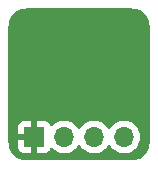
<source format=gbl>
G04 #@! TF.GenerationSoftware,KiCad,Pcbnew,8.0.8*
G04 #@! TF.CreationDate,2025-01-29T14:53:02+01:00*
G04 #@! TF.ProjectId,TS4231-BOB,54533432-3331-42d4-924f-422e6b696361,rev?*
G04 #@! TF.SameCoordinates,Original*
G04 #@! TF.FileFunction,Copper,L2,Bot*
G04 #@! TF.FilePolarity,Positive*
%FSLAX46Y46*%
G04 Gerber Fmt 4.6, Leading zero omitted, Abs format (unit mm)*
G04 Created by KiCad (PCBNEW 8.0.8) date 2025-01-29 14:53:02*
%MOMM*%
%LPD*%
G01*
G04 APERTURE LIST*
G04 #@! TA.AperFunction,ComponentPad*
%ADD10R,1.700000X1.700000*%
G04 #@! TD*
G04 #@! TA.AperFunction,ComponentPad*
%ADD11O,1.700000X1.700000*%
G04 #@! TD*
G04 #@! TA.AperFunction,ViaPad*
%ADD12C,0.800000*%
G04 #@! TD*
G04 APERTURE END LIST*
D10*
X129200000Y-54900000D03*
D11*
X131740000Y-54900000D03*
X134280000Y-54900000D03*
X136820000Y-54900000D03*
D12*
X128400000Y-47500000D03*
X130600000Y-52900000D03*
X135800000Y-52400000D03*
X131400000Y-46300000D03*
X137800000Y-47700000D03*
X134000000Y-45200000D03*
X136199989Y-49600011D03*
X132800000Y-47500000D03*
X129833069Y-50750919D03*
X138000000Y-51300000D03*
G04 #@! TA.AperFunction,Conductor*
G36*
X137504487Y-44025821D02*
G01*
X137556328Y-44029528D01*
X137700859Y-44039865D01*
X137718647Y-44042423D01*
X137906607Y-44083312D01*
X137923850Y-44088374D01*
X138104090Y-44155600D01*
X138120439Y-44163067D01*
X138289267Y-44255254D01*
X138304391Y-44264974D01*
X138458380Y-44380248D01*
X138471966Y-44392021D01*
X138607978Y-44528033D01*
X138619751Y-44541619D01*
X138735025Y-44695608D01*
X138744745Y-44710732D01*
X138836932Y-44879560D01*
X138844400Y-44895912D01*
X138911624Y-45076146D01*
X138916688Y-45093395D01*
X138957575Y-45281347D01*
X138960134Y-45299142D01*
X138974179Y-45495511D01*
X138974500Y-45504500D01*
X138974500Y-55395499D01*
X138974179Y-55404488D01*
X138960134Y-55600857D01*
X138957575Y-55618652D01*
X138916688Y-55806604D01*
X138911624Y-55823853D01*
X138844400Y-56004087D01*
X138836932Y-56020439D01*
X138744745Y-56189267D01*
X138735025Y-56204391D01*
X138619751Y-56358380D01*
X138607978Y-56371966D01*
X138471966Y-56507978D01*
X138458380Y-56519751D01*
X138304391Y-56635025D01*
X138289267Y-56644745D01*
X138120439Y-56736932D01*
X138104087Y-56744400D01*
X137923853Y-56811624D01*
X137906604Y-56816688D01*
X137718652Y-56857575D01*
X137700857Y-56860134D01*
X137504488Y-56874179D01*
X137495499Y-56874500D01*
X128504501Y-56874500D01*
X128495512Y-56874179D01*
X128299142Y-56860134D01*
X128281347Y-56857575D01*
X128093395Y-56816688D01*
X128076146Y-56811624D01*
X127895912Y-56744400D01*
X127879560Y-56736932D01*
X127710732Y-56644745D01*
X127695608Y-56635025D01*
X127541619Y-56519751D01*
X127528033Y-56507978D01*
X127392021Y-56371966D01*
X127380248Y-56358380D01*
X127264974Y-56204391D01*
X127255254Y-56189267D01*
X127163067Y-56020439D01*
X127155599Y-56004087D01*
X127152569Y-55995964D01*
X127088374Y-55823850D01*
X127083311Y-55806604D01*
X127042424Y-55618652D01*
X127039865Y-55600856D01*
X127036141Y-55548791D01*
X127025821Y-55404487D01*
X127025500Y-55395499D01*
X127025500Y-54001402D01*
X127842000Y-54001402D01*
X127842000Y-54646000D01*
X128769297Y-54646000D01*
X128734075Y-54707007D01*
X128700000Y-54834174D01*
X128700000Y-54965826D01*
X128734075Y-55092993D01*
X128769297Y-55154000D01*
X127842000Y-55154000D01*
X127842000Y-55798597D01*
X127848505Y-55859093D01*
X127899555Y-55995964D01*
X127899555Y-55995965D01*
X127987095Y-56112904D01*
X128104034Y-56200444D01*
X128240906Y-56251494D01*
X128301402Y-56257999D01*
X128301415Y-56258000D01*
X128946000Y-56258000D01*
X128946000Y-55330702D01*
X129007007Y-55365925D01*
X129134174Y-55400000D01*
X129265826Y-55400000D01*
X129392993Y-55365925D01*
X129454000Y-55330702D01*
X129454000Y-56258000D01*
X130098585Y-56258000D01*
X130098597Y-56257999D01*
X130159093Y-56251494D01*
X130295964Y-56200444D01*
X130295965Y-56200444D01*
X130412904Y-56112904D01*
X130500444Y-55995965D01*
X130544618Y-55877530D01*
X130587165Y-55820694D01*
X130653685Y-55795883D01*
X130723059Y-55810974D01*
X130755372Y-55836222D01*
X130776427Y-55859093D01*
X130816762Y-55902908D01*
X130857312Y-55934469D01*
X130994424Y-56041189D01*
X131192426Y-56148342D01*
X131192427Y-56148342D01*
X131192428Y-56148343D01*
X131304227Y-56186723D01*
X131405365Y-56221444D01*
X131627431Y-56258500D01*
X131627435Y-56258500D01*
X131852565Y-56258500D01*
X131852569Y-56258500D01*
X132074635Y-56221444D01*
X132287574Y-56148342D01*
X132485576Y-56041189D01*
X132663240Y-55902906D01*
X132815722Y-55737268D01*
X132904518Y-55601354D01*
X132958520Y-55555268D01*
X133028868Y-55545692D01*
X133093225Y-55575669D01*
X133115480Y-55601353D01*
X133148607Y-55652058D01*
X133204275Y-55737265D01*
X133204279Y-55737270D01*
X133356762Y-55902908D01*
X133397312Y-55934469D01*
X133534424Y-56041189D01*
X133732426Y-56148342D01*
X133732427Y-56148342D01*
X133732428Y-56148343D01*
X133844227Y-56186723D01*
X133945365Y-56221444D01*
X134167431Y-56258500D01*
X134167435Y-56258500D01*
X134392565Y-56258500D01*
X134392569Y-56258500D01*
X134614635Y-56221444D01*
X134827574Y-56148342D01*
X135025576Y-56041189D01*
X135203240Y-55902906D01*
X135355722Y-55737268D01*
X135444518Y-55601354D01*
X135498520Y-55555268D01*
X135568868Y-55545692D01*
X135633225Y-55575669D01*
X135655480Y-55601353D01*
X135688607Y-55652058D01*
X135744275Y-55737265D01*
X135744279Y-55737270D01*
X135896762Y-55902908D01*
X135937312Y-55934469D01*
X136074424Y-56041189D01*
X136272426Y-56148342D01*
X136272427Y-56148342D01*
X136272428Y-56148343D01*
X136384227Y-56186723D01*
X136485365Y-56221444D01*
X136707431Y-56258500D01*
X136707435Y-56258500D01*
X136932565Y-56258500D01*
X136932569Y-56258500D01*
X137154635Y-56221444D01*
X137367574Y-56148342D01*
X137565576Y-56041189D01*
X137743240Y-55902906D01*
X137895722Y-55737268D01*
X138018860Y-55548791D01*
X138109296Y-55342616D01*
X138164564Y-55124368D01*
X138183156Y-54900000D01*
X138164564Y-54675632D01*
X138109296Y-54457384D01*
X138018860Y-54251209D01*
X138012140Y-54240924D01*
X137895724Y-54062734D01*
X137895720Y-54062729D01*
X137743237Y-53897091D01*
X137623679Y-53804035D01*
X137565576Y-53758811D01*
X137367574Y-53651658D01*
X137367572Y-53651657D01*
X137367571Y-53651656D01*
X137154639Y-53578557D01*
X137154630Y-53578555D01*
X137110476Y-53571187D01*
X136932569Y-53541500D01*
X136707431Y-53541500D01*
X136559211Y-53566233D01*
X136485369Y-53578555D01*
X136485360Y-53578557D01*
X136272428Y-53651656D01*
X136272426Y-53651658D01*
X136074426Y-53758810D01*
X136074424Y-53758811D01*
X135896762Y-53897091D01*
X135744279Y-54062729D01*
X135655483Y-54198643D01*
X135601479Y-54244731D01*
X135531131Y-54254306D01*
X135466774Y-54224329D01*
X135444517Y-54198643D01*
X135355720Y-54062729D01*
X135203237Y-53897091D01*
X135083679Y-53804035D01*
X135025576Y-53758811D01*
X134827574Y-53651658D01*
X134827572Y-53651657D01*
X134827571Y-53651656D01*
X134614639Y-53578557D01*
X134614630Y-53578555D01*
X134570476Y-53571187D01*
X134392569Y-53541500D01*
X134167431Y-53541500D01*
X134019211Y-53566233D01*
X133945369Y-53578555D01*
X133945360Y-53578557D01*
X133732428Y-53651656D01*
X133732426Y-53651658D01*
X133534426Y-53758810D01*
X133534424Y-53758811D01*
X133356762Y-53897091D01*
X133204279Y-54062729D01*
X133115483Y-54198643D01*
X133061479Y-54244731D01*
X132991131Y-54254306D01*
X132926774Y-54224329D01*
X132904517Y-54198643D01*
X132815720Y-54062729D01*
X132663237Y-53897091D01*
X132543679Y-53804035D01*
X132485576Y-53758811D01*
X132287574Y-53651658D01*
X132287572Y-53651657D01*
X132287571Y-53651656D01*
X132074639Y-53578557D01*
X132074630Y-53578555D01*
X132030476Y-53571187D01*
X131852569Y-53541500D01*
X131627431Y-53541500D01*
X131479211Y-53566233D01*
X131405369Y-53578555D01*
X131405360Y-53578557D01*
X131192428Y-53651656D01*
X131192426Y-53651658D01*
X130994426Y-53758810D01*
X130994424Y-53758811D01*
X130816759Y-53897094D01*
X130755374Y-53963775D01*
X130694521Y-54000346D01*
X130623557Y-53998211D01*
X130565012Y-53958049D01*
X130544618Y-53922470D01*
X130500443Y-53804033D01*
X130412904Y-53687095D01*
X130295965Y-53599555D01*
X130159093Y-53548505D01*
X130098597Y-53542000D01*
X129454000Y-53542000D01*
X129454000Y-54469297D01*
X129392993Y-54434075D01*
X129265826Y-54400000D01*
X129134174Y-54400000D01*
X129007007Y-54434075D01*
X128946000Y-54469297D01*
X128946000Y-53542000D01*
X128301402Y-53542000D01*
X128240906Y-53548505D01*
X128104035Y-53599555D01*
X128104034Y-53599555D01*
X127987095Y-53687095D01*
X127899555Y-53804034D01*
X127899555Y-53804035D01*
X127848505Y-53940906D01*
X127842000Y-54001402D01*
X127025500Y-54001402D01*
X127025500Y-45504500D01*
X127025821Y-45495512D01*
X127039865Y-45299143D01*
X127042422Y-45281354D01*
X127083312Y-45093388D01*
X127088372Y-45076153D01*
X127155602Y-44895904D01*
X127163063Y-44879568D01*
X127255257Y-44710727D01*
X127264970Y-44695613D01*
X127380254Y-44541611D01*
X127392014Y-44528040D01*
X127528040Y-44392014D01*
X127541611Y-44380254D01*
X127695613Y-44264970D01*
X127710727Y-44255257D01*
X127879568Y-44163063D01*
X127895904Y-44155602D01*
X128076153Y-44088372D01*
X128093388Y-44083312D01*
X128281354Y-44042422D01*
X128299138Y-44039865D01*
X128452732Y-44028880D01*
X128495513Y-44025821D01*
X128504501Y-44025500D01*
X128508285Y-44025500D01*
X137491715Y-44025500D01*
X137495499Y-44025500D01*
X137504487Y-44025821D01*
G37*
G04 #@! TD.AperFunction*
M02*

</source>
